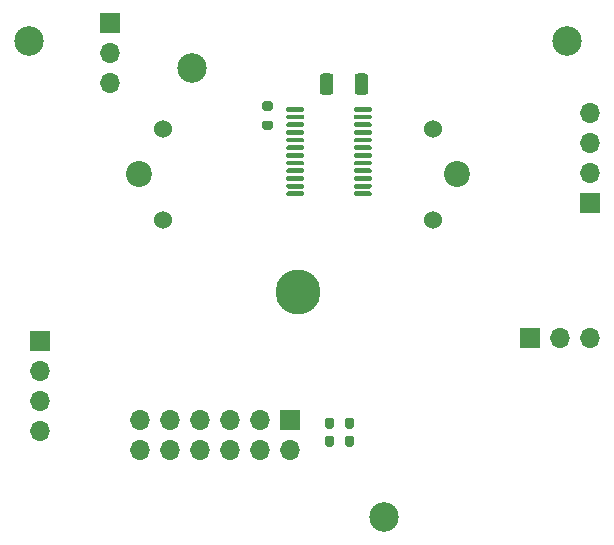
<source format=gbr>
%TF.GenerationSoftware,KiCad,Pcbnew,(5.1.9)-1*%
%TF.CreationDate,2021-09-07T12:43:22-06:00*%
%TF.ProjectId,standby_altimeter,7374616e-6462-4795-9f61-6c74696d6574,rev?*%
%TF.SameCoordinates,Original*%
%TF.FileFunction,Soldermask,Top*%
%TF.FilePolarity,Negative*%
%FSLAX46Y46*%
G04 Gerber Fmt 4.6, Leading zero omitted, Abs format (unit mm)*
G04 Created by KiCad (PCBNEW (5.1.9)-1) date 2021-09-07 12:43:22*
%MOMM*%
%LPD*%
G01*
G04 APERTURE LIST*
%ADD10O,1.700000X1.700000*%
%ADD11R,1.700000X1.700000*%
%ADD12C,2.500000*%
%ADD13C,3.800000*%
%ADD14C,2.200000*%
%ADD15C,1.524000*%
G04 APERTURE END LIST*
D10*
%TO.C,J1*%
X175465515Y-110630452D03*
X175465515Y-108090452D03*
X178005515Y-110630452D03*
X178005515Y-108090452D03*
X180545515Y-110630452D03*
X180545515Y-108090452D03*
X183085515Y-110630452D03*
X183085515Y-108090452D03*
X185625515Y-110630452D03*
X185625515Y-108090452D03*
X188165515Y-110630452D03*
D11*
X188165515Y-108090452D03*
%TD*%
D12*
%TO.C,H3*%
X196102017Y-116313568D03*
%TD*%
%TO.C,H2*%
X211592098Y-75997987D03*
%TD*%
%TO.C,H1*%
X166102018Y-75997987D03*
%TD*%
%TO.C,U1*%
G36*
G01*
X193592515Y-81882452D02*
X193592515Y-81682452D01*
G75*
G02*
X193692515Y-81582452I100000J0D01*
G01*
X194967515Y-81582452D01*
G75*
G02*
X195067515Y-81682452I0J-100000D01*
G01*
X195067515Y-81882452D01*
G75*
G02*
X194967515Y-81982452I-100000J0D01*
G01*
X193692515Y-81982452D01*
G75*
G02*
X193592515Y-81882452I0J100000D01*
G01*
G37*
G36*
G01*
X193592515Y-82532452D02*
X193592515Y-82332452D01*
G75*
G02*
X193692515Y-82232452I100000J0D01*
G01*
X194967515Y-82232452D01*
G75*
G02*
X195067515Y-82332452I0J-100000D01*
G01*
X195067515Y-82532452D01*
G75*
G02*
X194967515Y-82632452I-100000J0D01*
G01*
X193692515Y-82632452D01*
G75*
G02*
X193592515Y-82532452I0J100000D01*
G01*
G37*
G36*
G01*
X193592515Y-83182452D02*
X193592515Y-82982452D01*
G75*
G02*
X193692515Y-82882452I100000J0D01*
G01*
X194967515Y-82882452D01*
G75*
G02*
X195067515Y-82982452I0J-100000D01*
G01*
X195067515Y-83182452D01*
G75*
G02*
X194967515Y-83282452I-100000J0D01*
G01*
X193692515Y-83282452D01*
G75*
G02*
X193592515Y-83182452I0J100000D01*
G01*
G37*
G36*
G01*
X193592515Y-83832452D02*
X193592515Y-83632452D01*
G75*
G02*
X193692515Y-83532452I100000J0D01*
G01*
X194967515Y-83532452D01*
G75*
G02*
X195067515Y-83632452I0J-100000D01*
G01*
X195067515Y-83832452D01*
G75*
G02*
X194967515Y-83932452I-100000J0D01*
G01*
X193692515Y-83932452D01*
G75*
G02*
X193592515Y-83832452I0J100000D01*
G01*
G37*
G36*
G01*
X193592515Y-84482452D02*
X193592515Y-84282452D01*
G75*
G02*
X193692515Y-84182452I100000J0D01*
G01*
X194967515Y-84182452D01*
G75*
G02*
X195067515Y-84282452I0J-100000D01*
G01*
X195067515Y-84482452D01*
G75*
G02*
X194967515Y-84582452I-100000J0D01*
G01*
X193692515Y-84582452D01*
G75*
G02*
X193592515Y-84482452I0J100000D01*
G01*
G37*
G36*
G01*
X193592515Y-85132452D02*
X193592515Y-84932452D01*
G75*
G02*
X193692515Y-84832452I100000J0D01*
G01*
X194967515Y-84832452D01*
G75*
G02*
X195067515Y-84932452I0J-100000D01*
G01*
X195067515Y-85132452D01*
G75*
G02*
X194967515Y-85232452I-100000J0D01*
G01*
X193692515Y-85232452D01*
G75*
G02*
X193592515Y-85132452I0J100000D01*
G01*
G37*
G36*
G01*
X193592515Y-85782452D02*
X193592515Y-85582452D01*
G75*
G02*
X193692515Y-85482452I100000J0D01*
G01*
X194967515Y-85482452D01*
G75*
G02*
X195067515Y-85582452I0J-100000D01*
G01*
X195067515Y-85782452D01*
G75*
G02*
X194967515Y-85882452I-100000J0D01*
G01*
X193692515Y-85882452D01*
G75*
G02*
X193592515Y-85782452I0J100000D01*
G01*
G37*
G36*
G01*
X193592515Y-86432452D02*
X193592515Y-86232452D01*
G75*
G02*
X193692515Y-86132452I100000J0D01*
G01*
X194967515Y-86132452D01*
G75*
G02*
X195067515Y-86232452I0J-100000D01*
G01*
X195067515Y-86432452D01*
G75*
G02*
X194967515Y-86532452I-100000J0D01*
G01*
X193692515Y-86532452D01*
G75*
G02*
X193592515Y-86432452I0J100000D01*
G01*
G37*
G36*
G01*
X193592515Y-87082452D02*
X193592515Y-86882452D01*
G75*
G02*
X193692515Y-86782452I100000J0D01*
G01*
X194967515Y-86782452D01*
G75*
G02*
X195067515Y-86882452I0J-100000D01*
G01*
X195067515Y-87082452D01*
G75*
G02*
X194967515Y-87182452I-100000J0D01*
G01*
X193692515Y-87182452D01*
G75*
G02*
X193592515Y-87082452I0J100000D01*
G01*
G37*
G36*
G01*
X193592515Y-87732452D02*
X193592515Y-87532452D01*
G75*
G02*
X193692515Y-87432452I100000J0D01*
G01*
X194967515Y-87432452D01*
G75*
G02*
X195067515Y-87532452I0J-100000D01*
G01*
X195067515Y-87732452D01*
G75*
G02*
X194967515Y-87832452I-100000J0D01*
G01*
X193692515Y-87832452D01*
G75*
G02*
X193592515Y-87732452I0J100000D01*
G01*
G37*
G36*
G01*
X193592515Y-88382452D02*
X193592515Y-88182452D01*
G75*
G02*
X193692515Y-88082452I100000J0D01*
G01*
X194967515Y-88082452D01*
G75*
G02*
X195067515Y-88182452I0J-100000D01*
G01*
X195067515Y-88382452D01*
G75*
G02*
X194967515Y-88482452I-100000J0D01*
G01*
X193692515Y-88482452D01*
G75*
G02*
X193592515Y-88382452I0J100000D01*
G01*
G37*
G36*
G01*
X193592515Y-89032452D02*
X193592515Y-88832452D01*
G75*
G02*
X193692515Y-88732452I100000J0D01*
G01*
X194967515Y-88732452D01*
G75*
G02*
X195067515Y-88832452I0J-100000D01*
G01*
X195067515Y-89032452D01*
G75*
G02*
X194967515Y-89132452I-100000J0D01*
G01*
X193692515Y-89132452D01*
G75*
G02*
X193592515Y-89032452I0J100000D01*
G01*
G37*
G36*
G01*
X187867515Y-89032452D02*
X187867515Y-88832452D01*
G75*
G02*
X187967515Y-88732452I100000J0D01*
G01*
X189242515Y-88732452D01*
G75*
G02*
X189342515Y-88832452I0J-100000D01*
G01*
X189342515Y-89032452D01*
G75*
G02*
X189242515Y-89132452I-100000J0D01*
G01*
X187967515Y-89132452D01*
G75*
G02*
X187867515Y-89032452I0J100000D01*
G01*
G37*
G36*
G01*
X187867515Y-88382452D02*
X187867515Y-88182452D01*
G75*
G02*
X187967515Y-88082452I100000J0D01*
G01*
X189242515Y-88082452D01*
G75*
G02*
X189342515Y-88182452I0J-100000D01*
G01*
X189342515Y-88382452D01*
G75*
G02*
X189242515Y-88482452I-100000J0D01*
G01*
X187967515Y-88482452D01*
G75*
G02*
X187867515Y-88382452I0J100000D01*
G01*
G37*
G36*
G01*
X187867515Y-87732452D02*
X187867515Y-87532452D01*
G75*
G02*
X187967515Y-87432452I100000J0D01*
G01*
X189242515Y-87432452D01*
G75*
G02*
X189342515Y-87532452I0J-100000D01*
G01*
X189342515Y-87732452D01*
G75*
G02*
X189242515Y-87832452I-100000J0D01*
G01*
X187967515Y-87832452D01*
G75*
G02*
X187867515Y-87732452I0J100000D01*
G01*
G37*
G36*
G01*
X187867515Y-87082452D02*
X187867515Y-86882452D01*
G75*
G02*
X187967515Y-86782452I100000J0D01*
G01*
X189242515Y-86782452D01*
G75*
G02*
X189342515Y-86882452I0J-100000D01*
G01*
X189342515Y-87082452D01*
G75*
G02*
X189242515Y-87182452I-100000J0D01*
G01*
X187967515Y-87182452D01*
G75*
G02*
X187867515Y-87082452I0J100000D01*
G01*
G37*
G36*
G01*
X187867515Y-86432452D02*
X187867515Y-86232452D01*
G75*
G02*
X187967515Y-86132452I100000J0D01*
G01*
X189242515Y-86132452D01*
G75*
G02*
X189342515Y-86232452I0J-100000D01*
G01*
X189342515Y-86432452D01*
G75*
G02*
X189242515Y-86532452I-100000J0D01*
G01*
X187967515Y-86532452D01*
G75*
G02*
X187867515Y-86432452I0J100000D01*
G01*
G37*
G36*
G01*
X187867515Y-85782452D02*
X187867515Y-85582452D01*
G75*
G02*
X187967515Y-85482452I100000J0D01*
G01*
X189242515Y-85482452D01*
G75*
G02*
X189342515Y-85582452I0J-100000D01*
G01*
X189342515Y-85782452D01*
G75*
G02*
X189242515Y-85882452I-100000J0D01*
G01*
X187967515Y-85882452D01*
G75*
G02*
X187867515Y-85782452I0J100000D01*
G01*
G37*
G36*
G01*
X187867515Y-85132452D02*
X187867515Y-84932452D01*
G75*
G02*
X187967515Y-84832452I100000J0D01*
G01*
X189242515Y-84832452D01*
G75*
G02*
X189342515Y-84932452I0J-100000D01*
G01*
X189342515Y-85132452D01*
G75*
G02*
X189242515Y-85232452I-100000J0D01*
G01*
X187967515Y-85232452D01*
G75*
G02*
X187867515Y-85132452I0J100000D01*
G01*
G37*
G36*
G01*
X187867515Y-84482452D02*
X187867515Y-84282452D01*
G75*
G02*
X187967515Y-84182452I100000J0D01*
G01*
X189242515Y-84182452D01*
G75*
G02*
X189342515Y-84282452I0J-100000D01*
G01*
X189342515Y-84482452D01*
G75*
G02*
X189242515Y-84582452I-100000J0D01*
G01*
X187967515Y-84582452D01*
G75*
G02*
X187867515Y-84482452I0J100000D01*
G01*
G37*
G36*
G01*
X187867515Y-83832452D02*
X187867515Y-83632452D01*
G75*
G02*
X187967515Y-83532452I100000J0D01*
G01*
X189242515Y-83532452D01*
G75*
G02*
X189342515Y-83632452I0J-100000D01*
G01*
X189342515Y-83832452D01*
G75*
G02*
X189242515Y-83932452I-100000J0D01*
G01*
X187967515Y-83932452D01*
G75*
G02*
X187867515Y-83832452I0J100000D01*
G01*
G37*
G36*
G01*
X187867515Y-83182452D02*
X187867515Y-82982452D01*
G75*
G02*
X187967515Y-82882452I100000J0D01*
G01*
X189242515Y-82882452D01*
G75*
G02*
X189342515Y-82982452I0J-100000D01*
G01*
X189342515Y-83182452D01*
G75*
G02*
X189242515Y-83282452I-100000J0D01*
G01*
X187967515Y-83282452D01*
G75*
G02*
X187867515Y-83182452I0J100000D01*
G01*
G37*
G36*
G01*
X187867515Y-82532452D02*
X187867515Y-82332452D01*
G75*
G02*
X187967515Y-82232452I100000J0D01*
G01*
X189242515Y-82232452D01*
G75*
G02*
X189342515Y-82332452I0J-100000D01*
G01*
X189342515Y-82532452D01*
G75*
G02*
X189242515Y-82632452I-100000J0D01*
G01*
X187967515Y-82632452D01*
G75*
G02*
X187867515Y-82532452I0J100000D01*
G01*
G37*
G36*
G01*
X187867515Y-81882452D02*
X187867515Y-81682452D01*
G75*
G02*
X187967515Y-81582452I100000J0D01*
G01*
X189242515Y-81582452D01*
G75*
G02*
X189342515Y-81682452I0J-100000D01*
G01*
X189342515Y-81882452D01*
G75*
G02*
X189242515Y-81982452I-100000J0D01*
G01*
X187967515Y-81982452D01*
G75*
G02*
X187867515Y-81882452I0J100000D01*
G01*
G37*
%TD*%
%TO.C,R3*%
G36*
G01*
X192781515Y-110143452D02*
X192781515Y-109593452D01*
G75*
G02*
X192981515Y-109393452I200000J0D01*
G01*
X193381515Y-109393452D01*
G75*
G02*
X193581515Y-109593452I0J-200000D01*
G01*
X193581515Y-110143452D01*
G75*
G02*
X193381515Y-110343452I-200000J0D01*
G01*
X192981515Y-110343452D01*
G75*
G02*
X192781515Y-110143452I0J200000D01*
G01*
G37*
G36*
G01*
X191131515Y-110143452D02*
X191131515Y-109593452D01*
G75*
G02*
X191331515Y-109393452I200000J0D01*
G01*
X191731515Y-109393452D01*
G75*
G02*
X191931515Y-109593452I0J-200000D01*
G01*
X191931515Y-110143452D01*
G75*
G02*
X191731515Y-110343452I-200000J0D01*
G01*
X191331515Y-110343452D01*
G75*
G02*
X191131515Y-110143452I0J200000D01*
G01*
G37*
%TD*%
%TO.C,R2*%
G36*
G01*
X192781515Y-108619452D02*
X192781515Y-108069452D01*
G75*
G02*
X192981515Y-107869452I200000J0D01*
G01*
X193381515Y-107869452D01*
G75*
G02*
X193581515Y-108069452I0J-200000D01*
G01*
X193581515Y-108619452D01*
G75*
G02*
X193381515Y-108819452I-200000J0D01*
G01*
X192981515Y-108819452D01*
G75*
G02*
X192781515Y-108619452I0J200000D01*
G01*
G37*
G36*
G01*
X191131515Y-108619452D02*
X191131515Y-108069452D01*
G75*
G02*
X191331515Y-107869452I200000J0D01*
G01*
X191731515Y-107869452D01*
G75*
G02*
X191931515Y-108069452I0J-200000D01*
G01*
X191931515Y-108619452D01*
G75*
G02*
X191731515Y-108819452I-200000J0D01*
G01*
X191331515Y-108819452D01*
G75*
G02*
X191131515Y-108619452I0J200000D01*
G01*
G37*
%TD*%
%TO.C,R1*%
G36*
G01*
X185985515Y-82734452D02*
X186535515Y-82734452D01*
G75*
G02*
X186735515Y-82934452I0J-200000D01*
G01*
X186735515Y-83334452D01*
G75*
G02*
X186535515Y-83534452I-200000J0D01*
G01*
X185985515Y-83534452D01*
G75*
G02*
X185785515Y-83334452I0J200000D01*
G01*
X185785515Y-82934452D01*
G75*
G02*
X185985515Y-82734452I200000J0D01*
G01*
G37*
G36*
G01*
X185985515Y-81084452D02*
X186535515Y-81084452D01*
G75*
G02*
X186735515Y-81284452I0J-200000D01*
G01*
X186735515Y-81684452D01*
G75*
G02*
X186535515Y-81884452I-200000J0D01*
G01*
X185985515Y-81884452D01*
G75*
G02*
X185785515Y-81684452I0J200000D01*
G01*
X185785515Y-81284452D01*
G75*
G02*
X185985515Y-81084452I200000J0D01*
G01*
G37*
%TD*%
D13*
%TO.C,M1*%
X188847058Y-97263953D03*
D12*
X179847058Y-78263953D03*
D14*
X202347058Y-87263953D03*
X175347058Y-87263953D03*
D15*
X200272058Y-83413953D03*
X200272058Y-91113953D03*
X177422058Y-91113953D03*
X177422058Y-83413953D03*
%TD*%
D10*
%TO.C,J3*%
X172925515Y-79515452D03*
X172925515Y-76975452D03*
D11*
X172925515Y-74435452D03*
%TD*%
D10*
%TO.C,J2*%
X213565515Y-101105452D03*
X211025515Y-101105452D03*
D11*
X208485515Y-101105452D03*
%TD*%
D10*
%TO.C,DS2*%
X213565515Y-82055452D03*
X213565515Y-84595452D03*
X213565515Y-87135452D03*
D11*
X213565515Y-89675452D03*
%TD*%
D10*
%TO.C,DS1*%
X167028601Y-109047091D03*
X167028601Y-106507091D03*
X167028601Y-103967091D03*
D11*
X167028601Y-101427091D03*
%TD*%
%TO.C,C1*%
G36*
G01*
X191837515Y-78992451D02*
X191837515Y-80292453D01*
G75*
G02*
X191587516Y-80542452I-249999J0D01*
G01*
X190937514Y-80542452D01*
G75*
G02*
X190687515Y-80292453I0J249999D01*
G01*
X190687515Y-78992451D01*
G75*
G02*
X190937514Y-78742452I249999J0D01*
G01*
X191587516Y-78742452D01*
G75*
G02*
X191837515Y-78992451I0J-249999D01*
G01*
G37*
G36*
G01*
X194787515Y-78992451D02*
X194787515Y-80292453D01*
G75*
G02*
X194537516Y-80542452I-249999J0D01*
G01*
X193887514Y-80542452D01*
G75*
G02*
X193637515Y-80292453I0J249999D01*
G01*
X193637515Y-78992451D01*
G75*
G02*
X193887514Y-78742452I249999J0D01*
G01*
X194537516Y-78742452D01*
G75*
G02*
X194787515Y-78992451I0J-249999D01*
G01*
G37*
%TD*%
M02*

</source>
